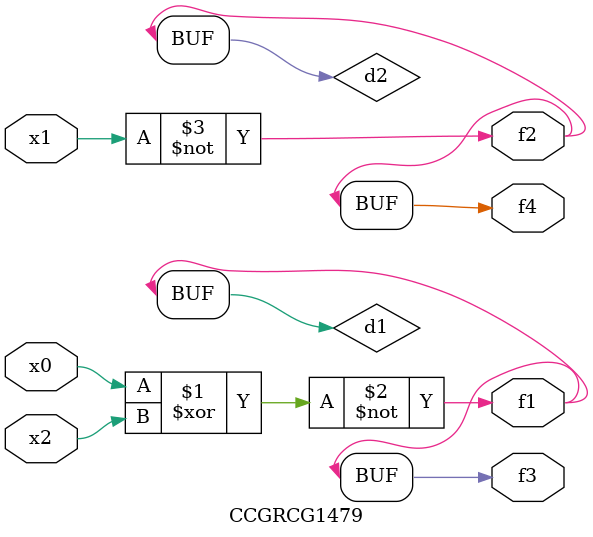
<source format=v>
module CCGRCG1479(
	input x0, x1, x2,
	output f1, f2, f3, f4
);

	wire d1, d2, d3;

	xnor (d1, x0, x2);
	nand (d2, x1);
	nor (d3, x1, x2);
	assign f1 = d1;
	assign f2 = d2;
	assign f3 = d1;
	assign f4 = d2;
endmodule

</source>
